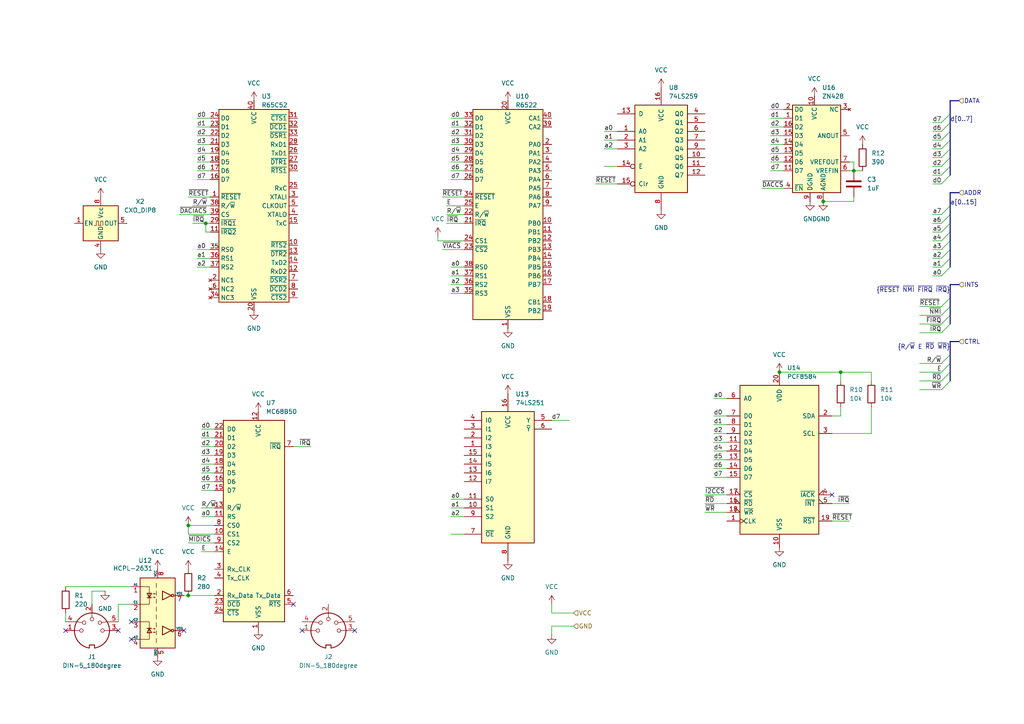
<source format=kicad_sch>
(kicad_sch (version 20231120) (generator "eeschema") (generator_version "8.0")
  (paper "A4")
  (title_block (title "Octuplex 8-bit Microcomputer") (date "2024-12-01") (company "John Honniball"))
  (lib_symbols
    (symbol "74xx:74LS251" (pin_names (offset 1.016))
      (property "Reference" "U" (at -7.62 19.05 0))
      (property "Value" "74LS251" (at -7.62 -21.59 0))
      (symbol "74LS251_1_0"
        (pin input line (at -12.7 7.62 0) (length 5.08) (name "I3") (number "1"))
        (pin input line (at -12.7 -10.16 0) (length 5.08) (name "S1") (number "10"))
        (pin input line (at -12.7 -7.62 0) (length 5.08) (name "S0") (number "11"))
        (pin input line (at -12.7 -2.54 0) (length 5.08) (name "I7") (number "12"))
        (pin input line (at -12.7 0 0) (length 5.08) (name "I6") (number "13"))
        (pin input line (at -12.7 2.54 0) (length 5.08) (name "I5") (number "14"))
        (pin input line (at -12.7 5.08 0) (length 5.08) (name "I4") (number "15"))
        (pin power_in line (at 0 22.86 270) (length 5.08) (name "VCC") (number "16"))
        (pin input line (at -12.7 10.16 0) (length 5.08) (name "I2") (number "2"))
        (pin input line (at -12.7 12.7 0) (length 5.08) (name "I1") (number "3"))
        (pin input line (at -12.7 15.24 0) (length 5.08) (name "I0") (number "4"))
        (pin tri_state line (at 12.7 15.24 180) (length 5.08) (name "Y") (number "5"))
        (pin tri_state line (at 12.7 12.7 180) (length 5.08) (name "~{Y}") (number "6"))
        (pin input line (at -12.7 -17.78 0) (length 5.08) (name "~{OE}") (number "7"))
        (pin power_in line (at 0 -25.4 90) (length 5.08) (name "GND") (number "8"))
        (pin input line (at -12.7 -12.7 0) (length 5.08) (name "S2") (number "9"))
      )
      (symbol "74LS251_1_1"
        (rectangle (start -7.62 17.78) (end 7.62 -20.32) (stroke (width 0.254)) (fill (type background)))
      )
    )
    (symbol "74xx:74LS259" (pin_names (offset 1.016))
      (property "Reference" "U" (at -7.62 13.97 0))
      (property "Value" "74LS259" (at -7.62 -13.97 0))
      (symbol "74LS259_1_0"
        (pin input line (at -12.7 5.08 0) (length 5.08) (name "A0") (number "1"))
        (pin output line (at 12.7 -2.54 180) (length 5.08) (name "Q5") (number "10"))
        (pin output line (at 12.7 -5.08 180) (length 5.08) (name "Q6") (number "11"))
        (pin output line (at 12.7 -7.62 180) (length 5.08) (name "Q7") (number "12"))
        (pin input line (at -12.7 10.16 0) (length 5.08) (name "D") (number "13"))
        (pin input inverted (at -12.7 -5.08 0) (length 5.08) (name "E") (number "14"))
        (pin input inverted (at -12.7 -10.16 0) (length 5.08) (name "Clr") (number "15"))
        (pin power_in line (at 0 17.78 270) (length 5.08) (name "VCC") (number "16"))
        (pin input line (at -12.7 2.54 0) (length 5.08) (name "A1") (number "2"))
        (pin input line (at -12.7 0 0) (length 5.08) (name "A2") (number "3"))
        (pin output line (at 12.7 10.16 180) (length 5.08) (name "Q0") (number "4"))
        (pin output line (at 12.7 7.62 180) (length 5.08) (name "Q1") (number "5"))
        (pin output line (at 12.7 5.08 180) (length 5.08) (name "Q2") (number "6"))
        (pin output line (at 12.7 2.54 180) (length 5.08) (name "Q3") (number "7"))
        (pin power_in line (at 0 -17.78 90) (length 5.08) (name "GND") (number "8"))
        (pin output line (at 12.7 0 180) (length 5.08) (name "Q4") (number "9"))
      )
      (symbol "74LS259_1_1"
        (rectangle (start -7.62 12.7) (end 7.62 -12.7) (stroke (width 0.254)) (fill (type background)))
      )
    )
    (symbol "Connector:DIN-5_180degree" (pin_names (offset 1.016))
      (property "Reference" "J" (at 3.175 5.715 0))
      (property "Value" "DIN-5_180degree" (at 0 -6.35 0))
      (symbol "DIN-5_180degree_0_1"
        (arc (start -5.08 0) (mid -3.8609 -3.3364) (end -0.762 -5.08) (stroke (width 0.254)))
        (circle (center -3.048 0) (radius 0.508))
        (circle (center -2.286 2.286) (radius 0.508))
        (polyline (pts (xy -5.08 0) (xy -3.556 0)))
        (polyline (pts (xy 0 5.08) (xy 0 3.81)))
        (polyline (pts (xy 5.08 0) (xy 3.556 0)))
        (polyline (pts (xy -5.08 2.54) (xy -4.318 2.54) (xy -2.794 2.286)))
        (polyline (pts (xy 5.08 2.54) (xy 4.318 2.54) (xy 2.794 2.286)))
        (polyline (pts (xy -0.762 -4.953) (xy -0.762 -4.191) (xy 0.762 -4.191) (xy 0.762 -4.953)) (stroke (width 0.254)))
        (circle (center 0 3.302) (radius 0.508))
        (arc (start 0.762 -5.08) (mid 3.8685 -3.343) (end 5.08 0) (stroke (width 0.254)))
        (circle (center 2.286 2.286) (radius 0.508))
        (circle (center 3.048 0) (radius 0.508))
        (arc (start 5.08 0) (mid 0 5.0579) (end -5.08 0) (stroke (width 0.254)))
      )
      (symbol "DIN-5_180degree_1_1"
        (pin passive line (at -7.62 0 0) (length 2.54) (name "~") (number "1"))
        (pin passive line (at 0 7.62 270) (length 2.54) (name "~") (number "2"))
        (pin passive line (at 7.62 0 180) (length 2.54) (name "~") (number "3"))
        (pin passive line (at -7.62 2.54 0) (length 2.54) (name "~") (number "4"))
        (pin passive line (at 7.62 2.54 180) (length 2.54) (name "~") (number "5"))
      )
    )
    (symbol "Device:C" (pin_numbers hide) (pin_names (offset 0.254))
      (property "Reference" "C" (at 0.635 2.54 0))
      (property "Value" "C" (at 0.635 -2.54 0))
      (symbol "C_0_1"
        (polyline (pts (xy -2.032 -0.762) (xy 2.032 -0.762)) (stroke (width 0.508)))
        (polyline (pts (xy -2.032 0.762) (xy 2.032 0.762)) (stroke (width 0.508)))
      )
      (symbol "C_1_1"
        (pin passive line (at 0 3.81 270) (length 2.794) (name "~") (number "1"))
        (pin passive line (at 0 -3.81 90) (length 2.794) (name "~") (number "2"))
      )
    )
    (symbol "Device:R" (pin_numbers hide) (pin_names (offset 0))
      (property "Reference" "R" (at 2.032 0 90))
      (property "Value" "R" (at 0 0 90))
      (symbol "R_0_1"
        (rectangle (start -1.016 -2.54) (end 1.016 2.54) (stroke (width 0.254)))
      )
      (symbol "R_1_1"
        (pin passive line (at 0 3.81 270) (length 1.27) (name "~") (number "1"))
        (pin passive line (at 0 -3.81 90) (length 1.27) (name "~") (number "2"))
      )
    )
    (symbol "Interface_Expansion:PCF8584" (pin_names (offset 1.016))
      (property "Reference" "U" (at -11.43 22.86 0))
      (property "Value" "PCF8584" (at 3.81 22.86 0))
      (symbol "PCF8584_0_1"
        (rectangle (start -11.43 -21.59) (end 11.43 21.59) (stroke (width 0.254)) (fill (type background)))
      )
      (symbol "PCF8584_1_1"
        (pin input clock (at -15.24 -17.78 0) (length 3.81) (name "CLK") (number "1"))
        (pin power_in line (at 0 -25.4 90) (length 3.81) (name "VSS") (number "10"))
        (pin tri_state line (at -15.24 5.08 0) (length 3.81) (name "D3") (number "11"))
        (pin tri_state line (at -15.24 2.54 0) (length 3.81) (name "D4") (number "12"))
        (pin tri_state line (at -15.24 0 0) (length 3.81) (name "D5") (number "13"))
        (pin tri_state line (at -15.24 -2.54 0) (length 3.81) (name "D6") (number "14"))
        (pin tri_state line (at -15.24 -5.08 0) (length 3.81) (name "D7") (number "15"))
        (pin passive input_low (at -15.24 -12.7 0) (length 3.81) (name "~{RD}") (number "16"))
        (pin input input_low (at -15.24 -10.16 0) (length 3.81) (name "~{CS}") (number "17"))
        (pin input input_low (at -15.24 -15.24 0) (length 3.81) (name "~{WR}") (number "18"))
        (pin bidirectional line (at 15.24 -17.78 180) (length 3.81) (name "~{RST}") (number "19"))
        (pin bidirectional line (at 15.24 12.7 180) (length 3.81) (name "SDA") (number "2"))
        (pin power_in line (at 0 25.4 270) (length 3.81) (name "VDD") (number "20"))
        (pin bidirectional line (at 15.24 7.62 180) (length 3.81) (name "SCL") (number "3"))
        (pin input input_low (at 15.24 -10.16 180) (length 3.81) (name "~{IACK}") (number "4"))
        (pin output output_low (at 15.24 -12.7 180) (length 3.81) (name "~{INT}") (number "5"))
        (pin input line (at -15.24 17.78 0) (length 3.81) (name "A0") (number "6"))
        (pin tri_state line (at -15.24 12.7 0) (length 3.81) (name "D0") (number "7"))
        (pin tri_state line (at -15.24 10.16 0) (length 3.81) (name "D1") (number "8"))
        (pin tri_state line (at -15.24 7.62 0) (length 3.81) (name "D2") (number "9"))
      )
    )
    (symbol "Interface_UART:MC68B50" (pin_names (offset 1.016))
      (property "Reference" "U" (at -7.366 31.75 0))
      (property "Value" "MC68B50" (at 10.414 31.75 0))
      (symbol "MC68B50_1_1"
        (rectangle (start -10.16 -27.94) (end 7.62 30.48) (stroke (width 0.254)) (fill (type background)))
        (pin power_in line (at 0 -30.48 90) (length 2.54) (name "VSS") (number "1"))
        (pin input line (at -12.7 -2.54 0) (length 2.54) (name "CS1") (number "10"))
        (pin input line (at -12.7 2.54 0) (length 2.54) (name "RS") (number "11"))
        (pin power_in line (at 0 33.02 270) (length 2.54) (name "VCC") (number "12"))
        (pin input line (at -12.7 5.08 0) (length 2.54) (name "R/~{W}") (number "13"))
        (pin input line (at -12.7 -7.62 0) (length 2.54) (name "E") (number "14"))
        (pin bidirectional line (at -12.7 10.16 0) (length 2.54) (name "D7") (number "15"))
        (pin bidirectional line (at -12.7 12.7 0) (length 2.54) (name "D6") (number "16"))
        (pin bidirectional line (at -12.7 15.24 0) (length 2.54) (name "D5") (number "17"))
        (pin bidirectional line (at -12.7 17.78 0) (length 2.54) (name "D4") (number "18"))
        (pin bidirectional line (at -12.7 20.32 0) (length 2.54) (name "D3") (number "19"))
        (pin input line (at -12.7 -20.32 0) (length 2.54) (name "Rx_Data") (number "2"))
        (pin bidirectional line (at -12.7 22.86 0) (length 2.54) (name "D2") (number "20"))
        (pin bidirectional line (at -12.7 25.4 0) (length 2.54) (name "D1") (number "21"))
        (pin bidirectional line (at -12.7 27.94 0) (length 2.54) (name "D0") (number "22"))
        (pin input line (at -12.7 -22.86 0) (length 2.54) (name "~{DCD}") (number "23"))
        (pin input line (at -12.7 -25.4 0) (length 2.54) (name "~{CTS}") (number "24"))
        (pin input line (at -12.7 -12.7 0) (length 2.54) (name "Rx_CLK") (number "3"))
        (pin input line (at -12.7 -15.24 0) (length 2.54) (name "Tx_CLK") (number "4"))
        (pin output line (at 10.16 -22.86 180) (length 2.54) (name "~{RTS}") (number "5"))
        (pin output line (at 10.16 -20.32 180) (length 2.54) (name "Tx_Data") (number "6"))
        (pin output line (at 10.16 22.86 180) (length 2.54) (name "~{IRQ}") (number "7"))
        (pin input line (at -12.7 0 0) (length 2.54) (name "CS0") (number "8"))
        (pin input line (at -12.7 -5.08 0) (length 2.54) (name "CS2") (number "9"))
      )
    )
    (symbol "Isolator:HCPL-2631" (pin_names (offset 0))
      (property "Reference" "U" (at -4.064 11.43 0))
      (property "Value" "HCPL-2631" (at 7.62 11.43 0))
      (symbol "HCPL-2631_1_1"
        (rectangle (start -5.08 10.16) (end 5.08 -10.16) (stroke (width 0.254)) (fill (type background)))
        (polyline (pts (xy -3.048 -4.445) (xy -1.778 -4.445)) (stroke (width 0.254)))
        (polyline (pts (xy -3.048 4.445) (xy -1.778 4.445)) (stroke (width 0.254)))
        (polyline (pts (xy -0.381 -7.366) (xy -0.381 -8.636)))
        (polyline (pts (xy -0.381 -5.08) (xy -0.381 -6.35)))
        (polyline (pts (xy -0.381 -2.794) (xy -0.381 -4.064)))
        (polyline (pts (xy -0.381 -0.508) (xy -0.381 -1.778)))
        (polyline (pts (xy -0.381 1.778) (xy -0.381 0.508)))
        (polyline (pts (xy -0.381 4.064) (xy -0.381 2.794)))
        (polyline (pts (xy -0.381 6.35) (xy -0.381 5.08)))
        (polyline (pts (xy -0.381 8.636) (xy -0.381 7.366)))
        (polyline (pts (xy 4.699 -5.08) (xy 5.207 -5.08)))
        (polyline (pts (xy 4.699 5.08) (xy 5.08 5.08)))
        (polyline (pts (xy -4.953 -7.62) (xy -2.413 -7.62) (xy -2.413 -5.715)))
        (polyline (pts (xy -4.953 7.62) (xy -2.413 7.62) (xy -2.413 4.318)))
        (polyline (pts (xy -2.413 -5.842) (xy -2.413 -2.54) (xy -4.953 -2.54)))
        (polyline (pts (xy -2.413 4.445) (xy -2.413 2.54) (xy -4.953 2.54)))
        (polyline (pts (xy -2.413 -4.445) (xy -3.048 -5.715) (xy -1.778 -5.715) (xy -2.413 -4.445)) (stroke (width 0.254)))
        (polyline (pts (xy -2.413 4.445) (xy -3.048 5.715) (xy -1.778 5.715) (xy -2.413 4.445)) (stroke (width 0.254)))
        (polyline (pts (xy 3.937 -5.08) (xy 1.397 -3.81) (xy 1.397 -6.35) (xy 3.937 -5.08)) (stroke (width 0.254)))
        (polyline (pts (xy 3.937 5.08) (xy 1.397 6.35) (xy 1.397 3.81) (xy 3.937 5.08)) (stroke (width 0.254)))
        (polyline (pts (xy -1.397 -5.588) (xy -0.635 -5.588) (xy -1.016 -5.715) (xy -1.016 -5.461) (xy -0.635 -5.588)) (stroke (width 0.127)))
        (polyline (pts (xy -1.397 -4.572) (xy -0.635 -4.572) (xy -1.016 -4.699) (xy -1.016 -4.445) (xy -0.635 -4.572)) (stroke (width 0.127)))
        (polyline (pts (xy -1.397 4.572) (xy -0.635 4.572) (xy -1.016 4.445) (xy -1.016 4.699) (xy -0.635 4.572)) (stroke (width 0.127)))
        (polyline (pts (xy -1.397 5.588) (xy -0.635 5.588) (xy -1.016 5.461) (xy -1.016 5.715) (xy -0.635 5.588)) (stroke (width 0.127)))
        (circle (center 4.318 -5.08) (radius 0.3556) (stroke (width 0.254)))
        (circle (center 4.318 5.08) (radius 0.3556) (stroke (width 0.254)))
        (pin passive line (at -7.62 7.62 0) (length 2.54) (name "A1") (number "1"))
        (pin passive line (at -7.62 2.54 0) (length 2.54) (name "C1") (number "2"))
        (pin passive line (at -7.62 -2.54 0) (length 2.54) (name "C2") (number "3"))
        (pin passive line (at -7.62 -7.62 0) (length 2.54) (name "A2") (number "4"))
        (pin power_in line (at 0 -12.7 90) (length 2.54) (name "GND") (number "5"))
        (pin open_collector line (at 7.62 -5.08 180) (length 2.54) (name "VO2") (number "6"))
        (pin open_collector line (at 7.62 5.08 180) (length 2.54) (name "VO1") (number "7"))
        (pin power_in line (at 0 12.7 270) (length 2.54) (name "VCC") (number "8"))
      )
    )
    (symbol "Octuplex:R6522"
      (property "Reference" "U" (at 0 0 0))
      (symbol "R6522_0_1"
        (rectangle (start -10.16 27.94) (end 10.16 -33.02) (stroke (width 0.254)) (fill (type background)))
      )
      (symbol "R6522_1_1"
        (pin power_in line (at 0 -35.56 90) (length 2.54) (name "VSS") (number "1"))
        (pin bidirectional line (at 12.7 -5.08 180) (length 2.54) (name "PB0") (number "10"))
        (pin bidirectional line (at 12.7 -7.62 180) (length 2.54) (name "PB1") (number "11"))
        (pin bidirectional line (at 12.7 -10.16 180) (length 2.54) (name "PB2") (number "12"))
        (pin bidirectional line (at 12.7 -12.7 180) (length 2.54) (name "PB3") (number "13"))
        (pin bidirectional line (at 12.7 -15.24 180) (length 2.54) (name "PB4") (number "14"))
        (pin bidirectional line (at 12.7 -17.78 180) (length 2.54) (name "PB5") (number "15"))
        (pin bidirectional line (at 12.7 -20.32 180) (length 2.54) (name "PB6") (number "16"))
        (pin bidirectional line (at 12.7 -22.86 180) (length 2.54) (name "PB7") (number "17"))
        (pin bidirectional line (at 12.7 -27.94 180) (length 2.54) (name "CB1") (number "18"))
        (pin bidirectional line (at 12.7 -30.48 180) (length 2.54) (name "PB2") (number "19"))
        (pin bidirectional line (at 12.7 17.78 180) (length 2.54) (name "PA0") (number "2"))
        (pin power_in line (at 0 30.48 270) (length 2.54) (name "VCC") (number "20"))
        (pin open_collector line (at -12.7 -5.08 0) (length 2.54) (name "~{IRQ}") (number "21"))
        (pin input line (at -12.7 -2.54 0) (length 2.54) (name "R/~{W}") (number "22"))
        (pin input line (at -12.7 -12.7 0) (length 2.54) (name "~{CS2}") (number "23"))
        (pin input line (at -12.7 -10.16 0) (length 2.54) (name "CS1") (number "24"))
        (pin input line (at -12.7 0 0) (length 2.54) (name "E") (number "25"))
        (pin bidirectional line (at -12.7 7.62 0) (length 2.54) (name "D7") (number "26"))
        (pin bidirectional line (at -12.7 10.16 0) (length 2.54) (name "D6") (number "27"))
        (pin bidirectional line (at -12.7 12.7 0) (length 2.54) (name "D5") (number "28"))
        (pin bidirectional line (at -12.7 15.24 0) (length 2.54) (name "D4") (number "29"))
        (pin bidirectional line (at 12.7 15.24 180) (length 2.54) (name "PA1") (number "3"))
        (pin bidirectional line (at -12.7 17.78 0) (length 2.54) (name "D3") (number "30"))
        (pin bidirectional line (at -12.7 20.32 0) (length 2.54) (name "D2") (number "31"))
        (pin bidirectional line (at -12.7 22.86 0) (length 2.54) (name "D1") (number "32"))
        (pin bidirectional line (at -12.7 25.4 0) (length 2.54) (name "D0") (number "33"))
        (pin input line (at -12.7 2.54 0) (length 2.54) (name "~{RESET}") (number "34"))
        (pin input line (at -12.7 -25.4 0) (length 2.54) (name "RS3") (number "35"))
        (pin input line (at -12.7 -22.86 0) (length 2.54) (name "RS2") (number "36"))
        (pin input line (at -12.7 -20.32 0) (length 2.54) (name "RS1") (number "37"))
        (pin input line (at -12.7 -17.78 0) (length 2.54) (name "RS0") (number "38"))
        (pin bidirectional line (at 12.7 22.86 180) (length 2.54) (name "CA2") (number "39"))
        (pin bidirectional line (at 12.7 12.7 180) (length 2.54) (name "PA2") (number "4"))
        (pin input line (at 12.7 25.4 180) (length 2.54) (name "CA1") (number "40"))
        (pin bidirectional line (at 12.7 10.16 180) (length 2.54) (name "PA3") (number "5"))
        (pin bidirectional line (at 12.7 7.62 180) (length 2.54) (name "PA4") (number "6"))
        (pin bidirectional line (at 12.7 5.08 180) (length 2.54) (name "PA5") (number "7"))
        (pin bidirectional line (at 12.7 2.54 180) (length 2.54) (name "PA6") (number "8"))
        (pin bidirectional line (at 12.7 0 180) (length 2.54) (name "PA7") (number "9"))
      )
    )
    (symbol "Octuplex:R65C52"
      (property "Reference" "U" (at 0 0 0))
      (symbol "R65C52_0_1"
        (rectangle (start -10.16 27.94) (end 10.16 -27.94) (stroke (width 0.254)) (fill (type background)))
      )
      (symbol "R65C52_1_1"
        (pin input line (at -12.7 2.54 0) (length 2.54) (name "~{RESET}") (number "1"))
        (pin output line (at 12.7 -11.43 180) (length 2.54) (name "~{RTS2}") (number "10"))
        (pin open_collector line (at -12.7 -7.62 0) (length 2.54) (name "~{IRQ2}") (number "11"))
        (pin input line (at 12.7 -19.05 180) (length 2.54) (name "RxD2") (number "12"))
        (pin output line (at 12.7 -13.97 180) (length 2.54) (name "~{DTR2}") (number "13"))
        (pin output line (at 12.7 -16.51 180) (length 2.54) (name "TxD2") (number "14"))
        (pin input line (at 12.7 -5.08 180) (length 2.54) (name "TxC") (number "15"))
        (pin bidirectional line (at -12.7 7.62 0) (length 2.54) (name "D7") (number "16"))
        (pin bidirectional line (at -12.7 10.16 0) (length 2.54) (name "D6") (number "17"))
        (pin bidirectional line (at -12.7 12.7 0) (length 2.54) (name "D5") (number "18"))
        (pin bidirectional line (at -12.7 15.24 0) (length 2.54) (name "D4") (number "19"))
        (pin no_connect line (at -12.7 -21.59 0) (length 2.54) (name "NC1") (number "2"))
        (pin power_in line (at 0 -30.48 90) (length 2.54) (name "VSS") (number "20"))
        (pin bidirectional line (at -12.7 17.78 0) (length 2.54) (name "D3") (number "21"))
        (pin bidirectional line (at -12.7 20.32 0) (length 2.54) (name "D2") (number "22"))
        (pin bidirectional line (at -12.7 22.86 0) (length 2.54) (name "D1") (number "23"))
        (pin bidirectional line (at -12.7 25.4 0) (length 2.54) (name "D0") (number "24"))
        (pin input line (at 12.7 5.08 180) (length 2.54) (name "RxC") (number "25"))
        (pin output line (at 12.7 15.24 180) (length 2.54) (name "TxD1") (number "26"))
        (pin output line (at 12.7 12.7 180) (length 2.54) (name "~{DTR1}") (number "27"))
        (pin input line (at 12.7 17.78 180) (length 2.54) (name "RxD1") (number "28"))
        (pin open_collector line (at -12.7 -5.08 0) (length 2.54) (name "~{IRQ1}") (number "29"))
        (pin input line (at 12.7 2.54 180) (length 2.54) (name "XTALI") (number "3"))
        (pin output line (at 12.7 10.16 180) (length 2.54) (name "~{RTS1}") (number "30"))
        (pin input line (at 12.7 25.4 180) (length 2.54) (name "~{CTS1}") (number "31"))
        (pin input line (at 12.7 22.86 180) (length 2.54) (name "~{DCD1}") (number "32"))
        (pin input line (at 12.7 20.32 180) (length 2.54) (name "~{DSR1}") (number "33"))
        (pin no_connect line (at -12.7 -26.67 0) (length 2.54) (name "NC3") (number "34"))
        (pin input line (at -12.7 -12.7 0) (length 2.54) (name "RS0") (number "35"))
        (pin input line (at -12.7 -15.24 0) (length 2.54) (name "RS1") (number "36"))
        (pin input line (at -12.7 -17.78 0) (length 2.54) (name "RS2") (number "37"))
        (pin input line (at -12.7 0 0) (length 2.54) (name "R/~{W}") (number "38"))
        (pin input line (at -12.7 -2.54 0) (length 2.54) (name "CS") (number "39"))
        (pin output line (at 12.7 -2.54 180) (length 2.54) (name "XTALO") (number "4"))
        (pin power_in line (at 0 30.48 270) (length 2.54) (name "VCC") (number "40"))
        (pin output line (at 12.7 0 180) (length 2.54) (name "CLKOUT") (number "5"))
        (pin no_connect line (at -12.7 -24.13 0) (length 2.54) (name "NC2") (number "6"))
        (pin input line (at 12.7 -21.59 180) (length 2.54) (name "~{DSR2}") (number "7"))
        (pin input line (at 12.7 -24.13 180) (length 2.54) (name "~{DCD2}") (number "8"))
        (pin input line (at 12.7 -26.67 180) (length 2.54) (name "~{CTS2}") (number "9"))
      )
    )
    (symbol "Octuplex:ZN428"
      (property "Reference" "U" (at -2.54 1.27 0))
      (property "Value" "ZN428" (at 1.27 -15.24 0))
      (symbol "ZN428_0_1"
        (rectangle (start -8.89 13.97) (end 5.08 -11.43) (stroke (width 0.254)) (fill (type background)))
      )
      (symbol "ZN428_1_1"
        (pin input line (at -11.43 10.16 0) (length 2.54) (name "D1") (number "1"))
        (pin power_in line (at -2.54 16.51 270) (length 2.54) (name "VCC") (number "10"))
        (pin input line (at -11.43 -5.08 0) (length 2.54) (name "D7") (number "11"))
        (pin input line (at -11.43 -2.54 0) (length 2.54) (name "D6") (number "12"))
        (pin input line (at -11.43 0 0) (length 2.54) (name "D5") (number "13"))
        (pin input line (at -11.43 2.54 0) (length 2.54) (name "D4") (number "14"))
        (pin input line (at -11.43 5.08 0) (length 2.54) (name "D3") (number "15"))
        (pin input line (at -11.43 7.62 0) (length 2.54) (name "D2") (number "16"))
        (pin input line (at -11.43 12.7 0) (length 2.54) (name "D0") (number "2"))
        (pin no_connect line (at 7.62 12.7 180) (length 2.54) (name "NC") (number "3"))
        (pin input line (at -11.43 -10.16 0) (length 2.54) (name "~{EN}") (number "4"))
        (pin output line (at 7.62 5.08 180) (length 2.54) (name "ANOUT") (number "5"))
        (pin input line (at 7.62 -5.08 180) (length 2.54) (name "VREFIN") (number "6"))
        (pin output line (at 7.62 -2.54 180) (length 2.54) (name "VREFOUT") (number "7"))
        (pin power_in line (at 0 -13.97 90) (length 2.54) (name "AGND") (number "8"))
        (pin power_in line (at -3.81 -13.97 90) (length 2.54) (name "DGND") (number "9"))
      )
    )
    (symbol "Oscillator:CXO_DIP8" (pin_names (offset 0.254))
      (property "Reference" "X" (at -5.08 6.35 0))
      (property "Value" "CXO_DIP8" (at 1.27 -6.35 0))
      (symbol "CXO_DIP8_0_1"
        (rectangle (start -5.08 5.08) (end 5.08 -5.08) (stroke (width 0.254)) (fill (type background)))
        (polyline (pts (xy -1.905 -0.635) (xy -1.27 -0.635) (xy -1.27 0.635) (xy -0.635 0.635) (xy -0.635 -0.635) (xy 0 -0.635) (xy 0 0.635) (xy 0.635 0.635) (xy 0.635 -0.635)))
      )
      (symbol "CXO_DIP8_1_1"
        (pin input line (at -7.62 0 0) (length 2.54) (name "EN") (number "1"))
        (pin power_in line (at 0 -7.62 90) (length 2.54) (name "GND") (number "4"))
        (pin output line (at 7.62 0 180) (length 2.54) (name "OUT") (number "5"))
        (pin power_in line (at 0 7.62 270) (length 2.54) (name "Vcc") (number "8"))
      )
    )
    (symbol "power:GND" (power) (pin_numbers hide) (pin_names (offset 0) hide)
      (property "Value" "GND" (at 0 -3.81 0))
      (symbol "GND_0_1"
        (polyline (pts (xy 0 0) (xy 0 -1.27) (xy 1.27 -1.27) (xy 0 -2.54) (xy -1.27 -1.27) (xy 0 -1.27)))
      )
      (symbol "GND_1_1"
        (pin power_in line (at 0 0 270) (length 0) (name "~") (number "1"))
      )
    )
    (symbol "power:VCC" (power) (pin_numbers hide) (pin_names (offset 0) hide)
      (property "Value" "VCC" (at 0 3.556 0))
      (symbol "VCC_0_1"
        (polyline (pts (xy -0.762 1.27) (xy 0 2.54)))
        (polyline (pts (xy 0 0) (xy 0 2.54)))
        (polyline (pts (xy 0 2.54) (xy 0.762 1.27)))
      )
      (symbol "VCC_1_1"
        (pin power_in line (at 0 0 90) (length 0) (name "~") (number "1"))
      )
    )
  )
  (junction (at 247.65 49.53))
  (junction (at 54.61 152.4))
  (junction (at 226.06 107.95))
  (junction (at 59.69 64.77))
  (junction (at 54.61 172.72))
  (junction (at 238.76 58.42))
  (junction (at 243.84 107.95))
  (no_connect (at 34.29 182.88))
  (no_connect (at 87.63 182.88))
  (no_connect (at 38.1 185.42))
  (no_connect (at 19.05 182.88))
  (no_connect (at 38.1 180.34))
  (no_connect (at 241.3 143.51))
  (no_connect (at 102.87 182.88))
  (no_connect (at 85.09 175.26))
  (no_connect (at 53.34 182.88))
  (bus_entry (at 273.05 67.31) (size 2.54 -2.54))
  (bus_entry (at 273.05 38.1) (size 2.54 -2.54))
  (bus_entry (at 273.05 91.44) (size 2.54 -2.54))
  (bus_entry (at 273.05 88.9) (size 2.54 -2.54))
  (bus_entry (at 273.05 40.64) (size 2.54 -2.54))
  (bus_entry (at 273.05 74.93) (size 2.54 -2.54))
  (bus_entry (at 273.05 113.03) (size 2.54 -2.54))
  (bus_entry (at 273.05 64.77) (size 2.54 -2.54))
  (bus_entry (at 273.05 107.95) (size 2.54 -2.54))
  (bus_entry (at 273.05 48.26) (size 2.54 -2.54))
  (bus_entry (at 273.05 62.23) (size 2.54 -2.54))
  (bus_entry (at 273.05 93.98) (size 2.54 -2.54))
  (bus_entry (at 273.05 72.39) (size 2.54 -2.54))
  (bus_entry (at 273.05 96.52) (size 2.54 -2.54))
  (bus_entry (at 273.05 105.41) (size 2.54 -2.54))
  (bus_entry (at 273.05 53.34) (size 2.54 -2.54))
  (bus_entry (at 273.05 69.85) (size 2.54 -2.54))
  (bus_entry (at 273.05 77.47) (size 2.54 -2.54))
  (bus_entry (at 273.05 35.56) (size 2.54 -2.54))
  (bus_entry (at 273.05 43.18) (size 2.54 -2.54))
  (bus_entry (at 273.05 50.8) (size 2.54 -2.54))
  (bus_entry (at 273.05 80.01) (size 2.54 -2.54))
  (bus_entry (at 273.05 110.49) (size 2.54 -2.54))
  (bus_entry (at 273.05 45.72) (size 2.54 -2.54))
  (bus (pts (xy 275.59 38.1) (xy 275.59 40.64)))
  (wire (pts (xy 58.42 134.62) (xy 62.23 134.62)))
  (wire (pts (xy 57.15 39.37) (xy 60.96 39.37)))
  (wire (pts (xy 223.52 46.99) (xy 227.33 46.99)))
  (bus (pts (xy 278.13 99.06) (xy 275.59 99.06)))
  (wire (pts (xy 243.84 107.95) (xy 243.84 110.49)))
  (bus (pts (xy 278.13 29.21) (xy 275.59 29.21)))
  (wire (pts (xy 54.61 157.48) (xy 62.23 157.48)))
  (wire (pts (xy 52.07 62.23) (xy 60.96 62.23)))
  (bus (pts (xy 275.59 91.44) (xy 275.59 93.98)))
  (wire (pts (xy 130.81 154.94) (xy 134.62 154.94)))
  (wire (pts (xy 57.15 72.39) (xy 60.96 72.39)))
  (bus (pts (xy 275.59 82.55) (xy 275.59 86.36)))
  (wire (pts (xy 223.52 44.45) (xy 227.33 44.45)))
  (wire (pts (xy 58.42 149.86) (xy 62.23 149.86)))
  (wire (pts (xy 160.02 181.61) (xy 160.02 184.15)))
  (wire (pts (xy 207.01 128.27) (xy 210.82 128.27)))
  (wire (pts (xy 204.47 148.59) (xy 210.82 148.59)))
  (wire (pts (xy 175.26 48.26) (xy 179.07 48.26)))
  (wire (pts (xy 207.01 138.43) (xy 210.82 138.43)))
  (wire (pts (xy 241.3 120.65) (xy 243.84 120.65)))
  (wire (pts (xy 129.54 64.77) (xy 134.62 64.77)))
  (wire (pts (xy 59.69 64.77) (xy 60.96 64.77)))
  (wire (pts (xy 55.88 64.77) (xy 59.69 64.77)))
  (wire (pts (xy 54.61 57.15) (xy 60.96 57.15)))
  (wire (pts (xy 246.38 46.99) (xy 247.65 46.99)))
  (wire (pts (xy 130.81 85.09) (xy 134.62 85.09)))
  (bus (pts (xy 275.59 67.31) (xy 275.59 64.77)))
  (wire (pts (xy 266.7 107.95) (xy 273.05 107.95)))
  (wire (pts (xy 130.81 52.07) (xy 134.62 52.07)))
  (wire (pts (xy 34.29 175.26) (xy 34.29 180.34)))
  (wire (pts (xy 127 69.85) (xy 127 68.58)))
  (bus (pts (xy 275.59 64.77) (xy 275.59 62.23)))
  (wire (pts (xy 62.23 154.94) (xy 54.61 154.94)))
  (wire (pts (xy 175.26 40.64) (xy 179.07 40.64)))
  (wire (pts (xy 57.15 41.91) (xy 60.96 41.91)))
  (wire (pts (xy 270.51 48.26) (xy 273.05 48.26)))
  (wire (pts (xy 130.81 82.55) (xy 134.62 82.55)))
  (wire (pts (xy 246.38 146.05) (xy 241.3 146.05)))
  (wire (pts (xy 57.15 36.83) (xy 60.96 36.83)))
  (wire (pts (xy 243.84 107.95) (xy 252.73 107.95)))
  (wire (pts (xy 238.76 58.42) (xy 247.65 58.42)))
  (wire (pts (xy 128.27 72.39) (xy 134.62 72.39)))
  (bus (pts (xy 275.59 55.88) (xy 278.13 55.88)))
  (wire (pts (xy 270.51 80.01) (xy 273.05 80.01)))
  (wire (pts (xy 252.73 125.73) (xy 252.73 118.11)))
  (bus (pts (xy 275.59 29.21) (xy 275.59 33.02)))
  (wire (pts (xy 38.1 175.26) (xy 34.29 175.26)))
  (wire (pts (xy 58.42 129.54) (xy 62.23 129.54)))
  (wire (pts (xy 247.65 49.53) (xy 250.19 49.53)))
  (bus (pts (xy 275.59 102.87) (xy 275.59 105.41)))
  (wire (pts (xy 130.81 149.86) (xy 134.62 149.86)))
  (wire (pts (xy 57.15 34.29) (xy 60.96 34.29)))
  (wire (pts (xy 270.51 45.72) (xy 273.05 45.72)))
  (wire (pts (xy 130.81 36.83) (xy 134.62 36.83)))
  (wire (pts (xy 252.73 107.95) (xy 252.73 110.49)))
  (wire (pts (xy 273.05 91.44) (xy 266.7 91.44)))
  (wire (pts (xy 57.15 46.99) (xy 60.96 46.99)))
  (wire (pts (xy 243.84 120.65) (xy 243.84 118.11)))
  (wire (pts (xy 58.42 132.08) (xy 62.23 132.08)))
  (wire (pts (xy 130.81 144.78) (xy 134.62 144.78)))
  (wire (pts (xy 207.01 120.65) (xy 210.82 120.65)))
  (wire (pts (xy 270.51 69.85) (xy 273.05 69.85)))
  (bus (pts (xy 275.59 74.93) (xy 275.59 72.39)))
  (wire (pts (xy 130.81 49.53) (xy 134.62 49.53)))
  (wire (pts (xy 19.05 177.8) (xy 19.05 180.34)))
  (wire (pts (xy 204.47 146.05) (xy 210.82 146.05)))
  (wire (pts (xy 57.15 52.07) (xy 60.96 52.07)))
  (wire (pts (xy 130.81 39.37) (xy 134.62 39.37)))
  (bus (pts (xy 278.13 82.55) (xy 275.59 82.55)))
  (bus (pts (xy 275.59 86.36) (xy 275.59 88.9)))
  (wire (pts (xy 58.42 137.16) (xy 62.23 137.16)))
  (wire (pts (xy 220.98 54.61) (xy 227.33 54.61)))
  (wire (pts (xy 273.05 110.49) (xy 266.7 110.49)))
  (bus (pts (xy 275.59 69.85) (xy 275.59 67.31)))
  (bus (pts (xy 275.59 33.02) (xy 275.59 35.56)))
  (bus (pts (xy 275.59 59.69) (xy 275.59 55.88)))
  (wire (pts (xy 273.05 88.9) (xy 266.7 88.9)))
  (wire (pts (xy 58.42 147.32) (xy 62.23 147.32)))
  (wire (pts (xy 246.38 151.13) (xy 241.3 151.13)))
  (wire (pts (xy 130.81 147.32) (xy 134.62 147.32)))
  (bus (pts (xy 275.59 99.06) (xy 275.59 102.87)))
  (wire (pts (xy 270.51 50.8) (xy 273.05 50.8)))
  (wire (pts (xy 207.01 123.19) (xy 210.82 123.19)))
  (wire (pts (xy 58.42 139.7) (xy 62.23 139.7)))
  (wire (pts (xy 270.51 67.31) (xy 273.05 67.31)))
  (wire (pts (xy 223.52 49.53) (xy 227.33 49.53)))
  (wire (pts (xy 223.52 31.75) (xy 227.33 31.75)))
  (bus (pts (xy 275.59 74.93) (xy 275.59 77.47)))
  (wire (pts (xy 30.48 171.45) (xy 26.67 171.45)))
  (wire (pts (xy 54.61 152.4) (xy 62.23 152.4)))
  (wire (pts (xy 270.51 62.23) (xy 273.05 62.23)))
  (wire (pts (xy 60.96 67.31) (xy 59.69 67.31)))
  (bus (pts (xy 275.59 62.23) (xy 275.59 59.69)))
  (wire (pts (xy 58.42 142.24) (xy 62.23 142.24)))
  (wire (pts (xy 207.01 130.81) (xy 210.82 130.81)))
  (wire (pts (xy 57.15 74.93) (xy 60.96 74.93)))
  (wire (pts (xy 129.54 62.23) (xy 134.62 62.23)))
  (wire (pts (xy 204.47 143.51) (xy 210.82 143.51)))
  (wire (pts (xy 57.15 44.45) (xy 60.96 44.45)))
  (wire (pts (xy 270.51 35.56) (xy 273.05 35.56)))
  (bus (pts (xy 275.59 107.95) (xy 275.59 110.49)))
  (wire (pts (xy 175.26 43.18) (xy 179.07 43.18)))
  (wire (pts (xy 160.02 121.92) (xy 165.1 121.92)))
  (wire (pts (xy 26.67 171.45) (xy 26.67 175.26)))
  (wire (pts (xy 53.34 172.72) (xy 54.61 172.72)))
  (wire (pts (xy 172.72 53.34) (xy 179.07 53.34)))
  (wire (pts (xy 273.05 96.52) (xy 266.7 96.52)))
  (wire (pts (xy 90.17 129.54) (xy 85.09 129.54)))
  (wire (pts (xy 59.69 67.31) (xy 59.69 64.77)))
  (wire (pts (xy 207.01 125.73) (xy 210.82 125.73)))
  (bus (pts (xy 275.59 48.26) (xy 275.59 50.8)))
  (wire (pts (xy 58.42 124.46) (xy 62.23 124.46)))
  (wire (pts (xy 207.01 135.89) (xy 210.82 135.89)))
  (bus (pts (xy 275.59 105.41) (xy 275.59 107.95)))
  (wire (pts (xy 270.51 64.77) (xy 273.05 64.77)))
  (bus (pts (xy 275.59 35.56) (xy 275.59 38.1)))
  (wire (pts (xy 270.51 77.47) (xy 273.05 77.47)))
  (wire (pts (xy 57.15 49.53) (xy 60.96 49.53)))
  (wire (pts (xy 273.05 93.98) (xy 266.7 93.98)))
  (wire (pts (xy 270.51 72.39) (xy 273.05 72.39)))
  (wire (pts (xy 223.52 39.37) (xy 227.33 39.37)))
  (wire (pts (xy 270.51 43.18) (xy 273.05 43.18)))
  (wire (pts (xy 223.52 34.29) (xy 227.33 34.29)))
  (wire (pts (xy 223.52 41.91) (xy 227.33 41.91)))
  (wire (pts (xy 19.05 170.18) (xy 38.1 170.18)))
  (wire (pts (xy 270.51 74.93) (xy 273.05 74.93)))
  (wire (pts (xy 226.06 107.95) (xy 243.84 107.95)))
  (wire (pts (xy 55.88 59.69) (xy 60.96 59.69)))
  (wire (pts (xy 207.01 115.57) (xy 210.82 115.57)))
  (wire (pts (xy 270.51 38.1) (xy 273.05 38.1)))
  (wire (pts (xy 130.81 46.99) (xy 134.62 46.99)))
  (wire (pts (xy 273.05 113.03) (xy 266.7 113.03)))
  (wire (pts (xy 54.61 172.72) (xy 62.23 172.72)))
  (wire (pts (xy 128.27 57.15) (xy 134.62 57.15)))
  (bus (pts (xy 275.59 88.9) (xy 275.59 91.44)))
  (wire (pts (xy 241.3 125.73) (xy 252.73 125.73)))
  (bus (pts (xy 275.59 72.39) (xy 275.59 69.85)))
  (wire (pts (xy 270.51 53.34) (xy 273.05 53.34)))
  (wire (pts (xy 58.42 160.02) (xy 62.23 160.02)))
  (wire (pts (xy 160.02 175.26) (xy 160.02 177.8)))
  (bus (pts (xy 275.59 40.64) (xy 275.59 43.18)))
  (wire (pts (xy 270.51 40.64) (xy 273.05 40.64)))
  (bus (pts (xy 275.59 43.18) (xy 275.59 45.72)))
  (wire (pts (xy 130.81 77.47) (xy 134.62 77.47)))
  (wire (pts (xy 58.42 127) (xy 62.23 127)))
  (wire (pts (xy 130.81 44.45) (xy 134.62 44.45)))
  (wire (pts (xy 175.26 38.1) (xy 179.07 38.1)))
  (wire (pts (xy 54.61 154.94) (xy 54.61 152.4)))
  (wire (pts (xy 130.81 80.01) (xy 134.62 80.01)))
  (wire (pts (xy 247.65 58.42) (xy 247.65 57.15)))
  (wire (pts (xy 57.15 77.47) (xy 60.96 77.47)))
  (wire (pts (xy 134.62 69.85) (xy 127 69.85)))
  (wire (pts (xy 160.02 177.8) (xy 166.37 177.8)))
  (wire (pts (xy 130.81 41.91) (xy 134.62 41.91)))
  (wire (pts (xy 247.65 46.99) (xy 247.65 49.53)))
  (wire (pts (xy 130.81 34.29) (xy 134.62 34.29)))
  (wire (pts (xy 129.54 59.69) (xy 134.62 59.69)))
  (wire (pts (xy 246.38 49.53) (xy 247.65 49.53)))
  (wire (pts (xy 166.37 181.61) (xy 160.02 181.61)))
  (bus (pts (xy 275.59 45.72) (xy 275.59 48.26)))
  (wire (pts (xy 273.05 105.41) (xy 266.7 105.41)))
  (wire (pts (xy 207.01 133.35) (xy 210.82 133.35)))
  (wire (pts (xy 223.52 36.83) (xy 227.33 36.83)))
  (label "a2" (at 57.15 77.47 0))
  (label "d6" (at 207.01 135.89 0))
  (label "d0" (at 207.01 120.65 0))
  (label "d2" (at 130.81 39.37 0))
  (label "a3" (at 270.51 72.39 0))
  (label "d4" (at 270.51 43.18 0))
  (label "d5" (at 207.01 133.35 0))
  (label "{R{slash}~{W} E ~{RD} ~{WR}}" (at 275.59 101.6 180))
  (label "~{RESET}" (at 54.61 57.15 0))
  (label "d6" (at 130.81 49.53 0))
  (label "d6" (at 57.15 49.53 0))
  (label "d6" (at 223.52 46.99 0))
  (label "d0" (at 58.42 124.46 0))
  (label "a5" (at 270.51 67.31 0))
  (label "a0" (at 57.15 72.39 0))
  (label "d3" (at 223.52 39.37 0))
  (label "a0" (at 207.01 115.57 0))
  (label "~{NMI}" (at 273.05 91.44 180))
  (label "d0" (at 57.15 34.29 0))
  (label "d7" (at 130.81 52.07 0))
  (label "E" (at 58.42 160.02 0))
  (label "~{MIDICS}" (at 54.61 157.48 0))
  (label "~{WR}" (at 273.05 113.03 180))
  (label "d2" (at 57.15 39.37 0))
  (label "d2" (at 58.42 129.54 0))
  (label "~{RESET}" (at 128.27 57.15 0))
  (label "d6" (at 270.51 38.1 0))
  (label "~{I2CCS}" (at 204.47 143.51 0))
  (label "a6" (at 270.51 64.77 0))
  (label "d1" (at 223.52 34.29 0))
  (label "a0" (at 58.42 149.86 0))
  (label "d5" (at 130.81 46.99 0))
  (label "d4" (at 223.52 41.91 0))
  (label "~{IRQ}" (at 273.05 96.52 180))
  (label "~{IRQ}" (at 246.38 146.05 180))
  (label "~{RD}" (at 273.05 110.49 180))
  (label "d0" (at 270.51 53.34 0))
  (label "d5" (at 223.52 44.45 0))
  (label "a0" (at 130.81 144.78 0))
  (label "d4" (at 57.15 44.45 0))
  (label "d3" (at 207.01 128.27 0))
  (label "a2" (at 270.51 74.93 0))
  (label "d0" (at 223.52 31.75 0))
  (label "d7" (at 270.51 35.56 0))
  (label "~{IRQ}" (at 90.17 129.54 180))
  (label "d1" (at 58.42 127 0))
  (label "~{DACIACS}" (at 52.07 62.23 0))
  (label "a2" (at 130.81 149.86 0))
  (label "a2" (at 175.26 43.18 0))
  (label "E" (at 271.78 107.95 0))
  (label "d7" (at 160.02 121.92 0))
  (label "d3" (at 57.15 41.91 0))
  (label "a1" (at 130.81 147.32 0))
  (label "d7" (at 207.01 138.43 0))
  (label "a0" (at 130.81 77.47 0))
  (label "E" (at 129.54 59.69 0))
  (label "d3" (at 270.51 45.72 0))
  (label "R{slash}~{W}" (at 273.05 105.41 180))
  (label "d2" (at 207.01 125.73 0))
  (label "a1" (at 175.26 40.64 0))
  (label "d5" (at 58.42 137.16 0))
  (label "d5" (at 57.15 46.99 0))
  (label "~{IRQ}" (at 129.54 64.77 0))
  (label "a2" (at 130.81 82.55 0))
  (label "d4" (at 58.42 134.62 0))
  (label "a1" (at 270.51 77.47 0))
  (label "~{VIACS}" (at 128.27 72.39 0))
  (label "d2" (at 270.51 48.26 0))
  (label "~{RESET}" (at 241.3 151.13 0))
  (label "a7" (at 270.51 62.23 0))
  (label "R{slash}~{W}" (at 129.54 62.23 0))
  (label "a0" (at 270.51 80.01 0))
  (label "d5" (at 270.51 40.64 0))
  (label "~{WR}" (at 204.47 148.59 0))
  (label "d1" (at 57.15 36.83 0))
  (label "R{slash}~{W}" (at 55.88 59.69 0))
  (label "d[0..7]" (at 275.59 35.56 0))
  (label "d4" (at 130.81 44.45 0))
  (label "d2" (at 223.52 36.83 0))
  (label "a3" (at 130.81 85.09 0))
  (label "d3" (at 58.42 132.08 0))
  (label "R{slash}~{W}" (at 58.42 147.32 0))
  (label "d7" (at 57.15 52.07 0))
  (label "~{FIRQ}" (at 273.05 93.98 180))
  (label "~{IRQ}" (at 55.88 64.77 0))
  (label "a4" (at 270.51 69.85 0))
  (label "d3" (at 130.81 41.91 0))
  (label "~{RESET}" (at 172.72 53.34 0))
  (label "d4" (at 207.01 130.81 0))
  (label "~{RD}" (at 204.47 146.05 0))
  (label "~{RESET}" (at 266.7 88.9 0))
  (label "d7" (at 58.42 142.24 0))
  (label "d1" (at 270.51 50.8 0))
  (label "d0" (at 130.81 34.29 0))
  (label "a0" (at 175.26 38.1 0))
  (label "{~{RESET} ~{NMI} ~{FIRQ} ~{IRQ}}" (at 275.59 85.09 180))
  (label "d1" (at 130.81 36.83 0))
  (label "a1" (at 57.15 74.93 0))
  (label "a1" (at 130.81 80.01 0))
  (label "d1" (at 207.01 123.19 0))
  (label "d6" (at 58.42 139.7 0))
  (label "d7" (at 223.52 49.53 0))
  (label "~{DACCS}" (at 220.98 54.61 0))
  (label "a[0..15]" (at 275.59 59.69 0))
  (hierarchical_label "ADDR" (shape input) (at 278.13 55.88 0))
  (hierarchical_label "DATA" (shape input) (at 278.13 29.21 0))
  (hierarchical_label "INTS" (shape input) (at 278.13 82.55 0))
  (hierarchical_label "GND" (shape input) (at 166.37 181.61 0))
  (hierarchical_label "CTRL" (shape input) (at 278.13 99.06 0))
  (hierarchical_label "VCC" (shape input) (at 166.37 177.8 0))
  (symbol (lib_id "Octuplex:ZN428") (at 238.76 44.45 0) (unit 1)
    (property "Reference" "U16" (at 238.4141 25.4 0) (effects (justify left)))
    (property "Value" "ZN428" (at 238.4141 27.94 0) (effects (justify left)))
    (property "Footprint" "Package_DIP:DIP-16_W7.62mm" (effects (hide yes)))
    (property "Datasheet" "https://www.cpcwiki.eu/imgs/5/59/ZN428.pdf" (effects (hide yes)))
    (property "Description" "8-bit DAC with latch and reference" (effects (hide yes)))
  )
  (symbol (lib_id "Device:R") (at 252.73 114.3 0) (unit 1)
    (property "Reference" "R11" (at 255.27 113.0299 0) (effects (justify left)))
    (property "Value" "10k" (at 255.27 115.5699 0) (effects (justify left)))
    (property "Description" "Resistor" (effects (hide yes)))
  )
  (symbol (lib_id "power:VCC") (at 160.02 175.26 0) (unit 1)
    (property "Reference" "#PWR033" (effects (hide yes)))
    (property "Value" "VCC" (at 160.02 170.18 0))
    (property "Description" "Power symbol creates a global label with name \"VCC\"" (effects (hide yes)))
  )
  (symbol (lib_id "power:GND") (at 45.72 190.5 0) (unit 1)
    (property "Reference" "#PWR049" (effects (hide yes)))
    (property "Value" "GND" (at 45.72 195.58 0))
    (property "Description" "Power symbol creates a global label with name \"GND\" , ground" (effects (hide yes)))
  )
  (symbol (lib_id "power:VCC") (at 250.19 41.91 0) (unit 1)
    (property "Reference" "#PWR068" (effects (hide yes)))
    (property "Value" "VCC" (at 250.19 36.83 0))
    (property "Description" "Power symbol creates a global label with name \"VCC\"" (effects (hide yes)))
  )
  (symbol (lib_id "Interface_Expansion:PCF8584") (at 226.06 133.35 0) (unit 1)
    (property "Reference" "U14" (at 228.2541 106.68 0) (effects (justify left)))
    (property "Value" "PCF8584" (at 228.2541 109.22 0) (effects (justify left)))
    (property "Footprint" "Package_DIP:DIP-20_W7.62mm" (effects (hide yes)))
    (property "Datasheet" "http://www.nxp.com/docs/en/data-sheet/PCF8584.pdf" (effects (hide yes)))
    (property "Description" "I2C Bus Controller, DIP/SOIC-20" (effects (hide yes)))
  )
  (symbol (lib_id "power:GND") (at 29.21 72.39 0) (unit 1)
    (property "Reference" "#PWR048" (effects (hide yes)))
    (property "Value" "GND" (at 29.21 77.47 0))
    (property "Description" "Power symbol creates a global label with name \"GND\" , ground" (effects (hide yes)))
  )
  (symbol (lib_id "Connector:DIN-5_180degree") (at 26.67 182.88 0) (unit 1)
    (property "Reference" "J1" (at 26.6701 190.5 0))
    (property "Value" "DIN-5_180degree" (at 26.6701 193.04 0))
    (property "Footprint" "Connector_PinHeader_2.54mm:PinHeader_1x05_P2.54mm_Vertical" (effects (hide yes)))
    (property "Datasheet" "http://www.mouser.com/ds/2/18/40_c091_abd_e-75918.pdf" (effects (hide yes)))
    (property "Description" "5-pin DIN connector (5-pin DIN-5 stereo)" (effects (hide yes)))
  )
  (symbol (lib_id "power:GND") (at 30.48 171.45 0) (unit 1)
    (property "Reference" "#PWR051" (effects (hide yes)))
    (property "Value" "GND" (at 30.48 176.53 0))
    (property "Description" "Power symbol creates a global label with name \"GND\" , ground" (effects (hide yes)))
  )
  (symbol (lib_id "Isolator:HCPL-2631") (at 45.72 177.8 0) (unit 1)
    (property "Reference" "U12" (at 40.132 162.56 0) (effects (justify left)))
    (property "Value" "HCPL-2631" (at 32.766 164.846 0) (effects (justify left)))
    (property "Footprint" "Package_DIP:DIP-8_W7.62mm" (effects (hide yes)))
    (property "Datasheet" "https://docs.broadcom.com/docs/AV02-0940EN" (effects (hide yes)))
    (property "Description" "Dual High Speed LSTTL/TTL Compatible Optocoupler, dV/dt 10000/us, VCM 1000, max 7V VCC, DIP-8" (effects (hide yes)))
  )
  (symbol (lib_id "power:VCC") (at 236.22 27.94 0) (unit 1)
    (property "Reference" "#PWR062" (effects (hide yes)))
    (property "Value" "VCC" (at 236.22 22.86 0))
    (property "Description" "Power symbol creates a global label with name \"VCC\"" (effects (hide yes)))
  )
  (symbol (lib_id "power:VCC") (at 45.72 165.1 0) (unit 1)
    (property "Reference" "#PWR050" (effects (hide yes)))
    (property "Value" "VCC" (at 45.72 160.02 0))
    (property "Description" "Power symbol creates a global label with name \"VCC\"" (effects (hide yes)))
  )
  (symbol (lib_id "power:VCC") (at 147.32 114.3 0) (unit 1)
    (property "Reference" "#PWR057" (effects (hide yes)))
    (property "Value" "VCC" (at 147.32 109.22 0))
    (property "Description" "Power symbol creates a global label with name \"VCC\"" (effects (hide yes)))
  )
  (symbol (lib_id "power:VCC") (at 147.32 29.21 0) (unit 1)
    (property "Reference" "#PWR040" (effects (hide yes)))
    (property "Value" "VCC" (at 147.32 24.13 0))
    (property "Description" "Power symbol creates a global label with name \"VCC\"" (effects (hide yes)))
  )
  (symbol (lib_id "Oscillator:CXO_DIP8") (at 29.21 64.77 0) (unit 1)
    (property "Reference" "X2" (at 40.64 58.4514 0))
    (property "Value" "CXO_DIP8" (at 40.64 60.9914 0))
    (property "Footprint" "Oscillator:Oscillator_DIP-8" (effects (hide yes)))
    (property "Datasheet" "http://cdn-reichelt.de/documents/datenblatt/B400/OSZI.pdf" (effects (hide yes)))
    (property "Description" "Crystal Clock Oscillator, DIP8-style metal package" (effects (hide yes)))
  )
  (symbol (lib_id "74xx:74LS259") (at 191.77 43.18 0) (unit 1)
    (property "Reference" "U8" (at 193.9641 25.4 0) (effects (justify left)))
    (property "Value" "74LS259" (at 193.9641 27.94 0) (effects (justify left)))
    (property "Footprint" "Package_DIP:DIP-16_W7.62mm" (effects (hide yes)))
    (property "Datasheet" "http://www.ti.com/lit/gpn/sn74LS259" (effects (hide yes)))
    (property "Description" "8-bit addressable latch" (effects (hide yes)))
  )
  (symbol (lib_id "Device:R") (at 243.84 114.3 0) (unit 1)
    (property "Reference" "R10" (at 246.38 113.0299 0) (effects (justify left)))
    (property "Value" "10k" (at 246.38 115.5699 0) (effects (justify left)))
    (property "Description" "Resistor" (effects (hide yes)))
  )
  (symbol (lib_id "power:GND") (at 147.32 162.56 0) (unit 1)
    (property "Reference" "#PWR058" (effects (hide yes)))
    (property "Value" "GND" (at 147.32 167.64 0))
    (property "Description" "Power symbol creates a global label with name \"GND\" , ground" (effects (hide yes)))
  )
  (symbol (lib_id "power:GND") (at 74.93 182.88 0) (unit 1)
    (property "Reference" "#PWR039" (effects (hide yes)))
    (property "Value" "GND" (at 74.93 187.96 0))
    (property "Description" "Power symbol creates a global label with name \"GND\" , ground" (effects (hide yes)))
  )
  (symbol (lib_id "power:GND") (at 73.66 90.17 0) (unit 1)
    (property "Reference" "#PWR013" (effects (hide yes)))
    (property "Value" "GND" (at 73.66 95.25 0))
    (property "Description" "Power symbol creates a global label with name \"GND\" , ground" (effects (hide yes)))
  )
  (symbol (lib_id "power:VCC") (at 73.66 29.21 0) (unit 1)
    (property "Reference" "#PWR012" (effects (hide yes)))
    (property "Value" "VCC" (at 73.66 24.13 0))
    (property "Description" "Power symbol creates a global label with name \"VCC\"" (effects (hide yes)))
  )
  (symbol (lib_id "power:GND") (at 234.95 58.42 0) (unit 1)
    (property "Reference" "#PWR066" (effects (hide yes)))
    (property "Value" "GND" (at 234.95 63.5 0))
    (property "Description" "Power symbol creates a global label with name \"GND\" , ground" (effects (hide yes)))
  )
  (symbol (lib_id "power:VCC") (at 74.93 119.38 0) (unit 1)
    (property "Reference" "#PWR042" (effects (hide yes)))
    (property "Value" "VCC" (at 74.93 114.3 0))
    (property "Description" "Power symbol creates a global label with name \"VCC\"" (effects (hide yes)))
  )
  (symbol (lib_id "Connector:DIN-5_180degree") (at 95.25 182.88 0) (unit 1)
    (property "Reference" "J2" (at 95.2501 190.5 0))
    (property "Value" "DIN-5_180degree" (at 95.2501 193.04 0))
    (property "Footprint" "Connector_PinHeader_2.54mm:PinHeader_1x05_P2.54mm_Vertical" (effects (hide yes)))
    (property "Datasheet" "http://www.mouser.com/ds/2/18/40_c091_abd_e-75918.pdf" (effects (hide yes)))
    (property "Description" "5-pin DIN connector (5-pin DIN-5 stereo)" (effects (hide yes)))
  )
  (symbol (lib_id "Interface_UART:MC68B50") (at 74.93 152.4 0) (unit 1)
    (property "Reference" "U7" (at 77.1241 116.84 0) (effects (justify left)))
    (property "Value" "MC68B50" (at 77.1241 119.38 0) (effects (justify left)))
    (property "Footprint" "Package_DIP:DIP-24_W15.24mm" (effects (hide yes)))
    (property "Datasheet" "http://pdf.datasheetcatalog.com/datasheet/motorola/MC6850.pdf" (effects (hide yes)))
    (property "Description" "Asynchronous Communications Interface Adapter 2MHz, DIP-40" (effects (hide yes)))
  )
  (symbol (lib_id "Device:R") (at 54.61 168.91 0) (unit 1)
    (property "Reference" "R2" (at 57.15 167.6399 0) (effects (justify left)))
    (property "Value" "280" (at 57.15 170.1799 0) (effects (justify left)))
    (property "Footprint" "Resistor_THT:R_Axial_DIN0204_L3.6mm_D1.6mm_P5.08mm_Horizontal" (effects (hide yes)))
    (property "Description" "Resistor" (effects (hide yes)))
  )
  (symbol (lib_id "Octuplex:R6522") (at 147.32 59.69 0) (unit 1)
    (property "Reference" "U10" (at 149.5141 27.94 0) (effects (justify left)))
    (property "Value" "R6522" (at 149.5141 30.48 0) (effects (justify left)))
    (property "Footprint" "Package_DIP:DIP-40_W15.24mm" (effects (hide yes)))
  )
  (symbol (lib_id "power:GND") (at 191.77 60.96 0) (unit 1)
    (property "Reference" "#PWR038" (effects (hide yes)))
    (property "Value" "GND" (at 191.77 66.04 0))
    (property "Description" "Power symbol creates a global label with name \"GND\" , ground" (effects (hide yes)))
  )
  (symbol (lib_id "power:VCC") (at 54.61 152.4 0) (unit 1)
    (property "Reference" "#PWR053" (effects (hide yes)))
    (property "Value" "VCC" (at 54.61 147.32 0))
    (property "Description" "Power symbol creates a global label with name \"VCC\"" (effects (hide yes)))
  )
  (symbol (lib_id "power:GND") (at 238.76 58.42 0) (unit 1)
    (property "Reference" "#PWR067" (effects (hide yes)))
    (property "Value" "GND" (at 238.76 63.5 0))
    (property "Description" "Power symbol creates a global label with name \"GND\" , ground" (effects (hide yes)))
  )
  (symbol (lib_id "power:VCC") (at 191.77 25.4 0) (unit 1)
    (property "Reference" "#PWR041" (effects (hide yes)))
    (property "Value" "VCC" (at 191.77 20.32 0))
    (property "Description" "Power symbol creates a global label with name \"VCC\"" (effects (hide yes)))
  )
  (symbol (lib_id "power:VCC") (at 226.06 107.95 0) (unit 1)
    (property "Reference" "#PWR060" (effects (hide yes)))
    (property "Value" "VCC" (at 226.06 102.87 0))
    (property "Description" "Power symbol creates a global label with name \"VCC\"" (effects (hide yes)))
  )
  (symbol (lib_id "power:GND") (at 226.06 158.75 0) (unit 1)
    (property "Reference" "#PWR059" (effects (hide yes)))
    (property "Value" "GND" (at 226.06 163.83 0))
    (property "Description" "Power symbol creates a global label with name \"GND\" , ground" (effects (hide yes)))
  )
  (symbol (lib_id "power:GND") (at 160.02 184.15 0) (unit 1)
    (property "Reference" "#PWR034" (effects (hide yes)))
    (property "Value" "GND" (at 160.02 189.23 0))
    (property "Description" "Power symbol creates a global label with name \"GND\" , ground" (effects (hide yes)))
  )
  (symbol (lib_id "power:VCC") (at 127 68.58 0) (unit 1)
    (property "Reference" "#PWR055" (effects (hide yes)))
    (property "Value" "VCC" (at 127 63.5 0))
    (property "Description" "Power symbol creates a global label with name \"VCC\"" (effects (hide yes)))
  )
  (symbol (lib_id "Octuplex:R65C52") (at 73.66 59.69 0) (unit 1)
    (property "Reference" "U3" (at 75.8541 27.94 0) (effects (justify left)))
    (property "Value" "R65C52" (at 75.8541 30.48 0) (effects (justify left)))
    (property "Footprint" "Package_DIP:DIP-40_W15.24mm" (effects (hide yes)))
    (property "Datasheet" "https://web.archive.org/web/20160611083315if_/http://archive.6502.org/datasheets/rockwell_r65c52_dacia.pdf" (effects (hide yes)))
    (property "Description" "Dual Asynchronous Communications Interface Adapter" (effects (hide yes)))
  )
  (symbol (lib_id "74xx:74LS251") (at 147.32 137.16 0) (unit 1)
    (property "Reference" "U13" (at 149.5141 114.3 0) (effects (justify left)))
    (property "Value" "74LS251" (at 149.5141 116.84 0) (effects (justify left)))
    (property "Footprint" "Package_DIP:DIP-16_W7.62mm" (effects (hide yes)))
    (property "Datasheet" "http://www.ti.com/lit/gpn/sn74LS251" (effects (hide yes)))
    (property "Description" "Multiplexer 8 to 1, 3-state Outputs" (effects (hide yes)))
  )
  (symbol (lib_id "Device:R") (at 19.05 173.99 0) (unit 1)
    (property "Reference" "R1" (at 21.59 172.7199 0) (effects (justify left)))
    (property "Value" "220" (at 21.59 175.2599 0) (effects (justify left)))
    (property "Footprint" "Resistor_THT:R_Axial_DIN0204_L3.6mm_D1.6mm_P5.08mm_Horizontal" (effects (hide yes)))
    (property "Description" "Resistor" (effects (hide yes)))
  )
  (symbol (lib_id "power:VCC") (at 29.21 57.15 0) (unit 1)
    (property "Reference" "#PWR047" (effects (hide yes)))
    (property "Value" "VCC" (at 29.21 52.07 0))
    (property "Description" "Power symbol creates a global label with name \"VCC\"" (effects (hide yes)))
  )
  (symbol (lib_id "Device:R") (at 250.19 45.72 0) (unit 1)
    (property "Reference" "R12" (at 252.73 44.4499 0) (effects (justify left)))
    (property "Value" "390" (at 252.73 46.9899 0) (effects (justify left)))
    (property "Description" "Resistor" (effects (hide yes)))
  )
  (symbol (lib_id "Device:C") (at 247.65 53.34 0) (unit 1)
    (property "Reference" "C3" (at 251.46 52.0699 0) (effects (justify left)))
    (property "Value" "1uF" (at 251.46 54.6099 0) (effects (justify left)))
    (property "Description" "Unpolarized capacitor" (effects (hide yes)))
  )
  (symbol (lib_id "power:GND") (at 147.32 95.25 0) (unit 1)
    (property "Reference" "#PWR037" (effects (hide yes)))
    (property "Value" "GND" (at 147.32 100.33 0))
    (property "Description" "Power symbol creates a global label with name \"GND\" , ground" (effects (hide yes)))
  )
  (symbol (lib_id "power:VCC") (at 54.61 165.1 0) (unit 1)
    (property "Reference" "#PWR052" (effects (hide yes)))
    (property "Value" "VCC" (at 54.61 160.02 0))
    (property "Description" "Power symbol creates a global label with name \"VCC\"" (effects (hide yes)))
  )
)
</source>
